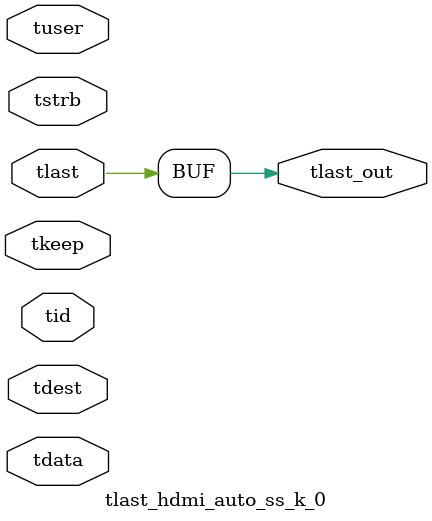
<source format=v>


`timescale 1ps/1ps

module tlast_hdmi_auto_ss_k_0 #
(
parameter C_S_AXIS_TID_WIDTH   = 1,
parameter C_S_AXIS_TUSER_WIDTH = 0,
parameter C_S_AXIS_TDATA_WIDTH = 0,
parameter C_S_AXIS_TDEST_WIDTH = 0
)
(
input  [(C_S_AXIS_TID_WIDTH   == 0 ? 1 : C_S_AXIS_TID_WIDTH)-1:0       ] tid,
input  [(C_S_AXIS_TDATA_WIDTH == 0 ? 1 : C_S_AXIS_TDATA_WIDTH)-1:0     ] tdata,
input  [(C_S_AXIS_TUSER_WIDTH == 0 ? 1 : C_S_AXIS_TUSER_WIDTH)-1:0     ] tuser,
input  [(C_S_AXIS_TDEST_WIDTH == 0 ? 1 : C_S_AXIS_TDEST_WIDTH)-1:0     ] tdest,
input  [(C_S_AXIS_TDATA_WIDTH/8)-1:0 ] tkeep,
input  [(C_S_AXIS_TDATA_WIDTH/8)-1:0 ] tstrb,
input  [0:0]                                                             tlast,
output                                                                   tlast_out
);

assign tlast_out = {tlast};

endmodule


</source>
